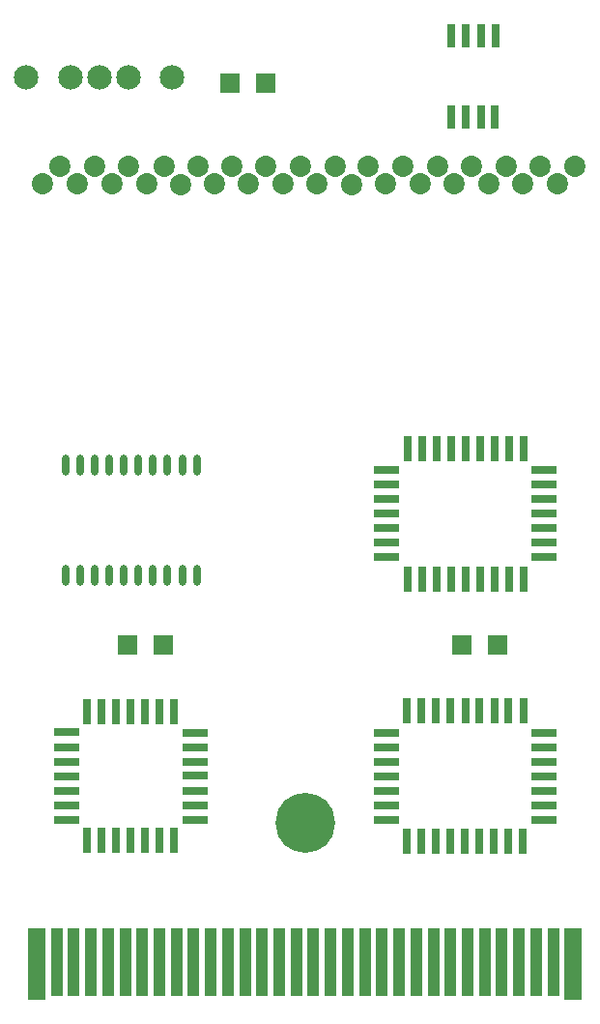
<source format=gbr>
%TF.GenerationSoftware,KiCad,Pcbnew,(6.0.2)*%
%TF.CreationDate,2022-09-16T18:12:16-05:00*%
%TF.ProjectId,REF1347,52454631-3334-4372-9e6b-696361645f70,rev?*%
%TF.SameCoordinates,Original*%
%TF.FileFunction,Soldermask,Top*%
%TF.FilePolarity,Negative*%
%FSLAX46Y46*%
G04 Gerber Fmt 4.6, Leading zero omitted, Abs format (unit mm)*
G04 Created by KiCad (PCBNEW (6.0.2)) date 2022-09-16 18:12:16*
%MOMM*%
%LPD*%
G01*
G04 APERTURE LIST*
%ADD10R,1.500000X6.250000*%
%ADD11R,1.000000X6.000000*%
%ADD12C,5.240000*%
%ADD13R,2.300000X0.650000*%
%ADD14R,0.650000X2.300000*%
%ADD15O,0.600000X1.865000*%
%ADD16R,1.670000X1.670000*%
%ADD17C,1.860000*%
%ADD18R,0.700000X2.000000*%
%ADD19C,2.140000*%
G04 APERTURE END LIST*
D10*
%TO.C,J1*%
X125879000Y-143608000D03*
D11*
X127629258Y-143483000D03*
X129129516Y-143483000D03*
X130629774Y-143483000D03*
X132130032Y-143483000D03*
X133630290Y-143483000D03*
X135130548Y-143483000D03*
X136630806Y-143483000D03*
X138131064Y-143483000D03*
X139631322Y-143483000D03*
X141131580Y-143483000D03*
X142631838Y-143483000D03*
X144132096Y-143483000D03*
X145632354Y-143483000D03*
X147132612Y-143483000D03*
X148632870Y-143483000D03*
X150133128Y-143483000D03*
X151633386Y-143483000D03*
X153133644Y-143483000D03*
X154633902Y-143483000D03*
X156134160Y-143483000D03*
X157634418Y-143483000D03*
X159134676Y-143483000D03*
X160634934Y-143483000D03*
X162135192Y-143483000D03*
X163635450Y-143483000D03*
X165135708Y-143483000D03*
X166635966Y-143483000D03*
X168136224Y-143483000D03*
X169636482Y-143483000D03*
X171136740Y-143483000D03*
D10*
X172887000Y-143608000D03*
%TD*%
D12*
%TO.C,REF\u002A\u002A*%
X149429000Y-131234000D03*
%TD*%
D13*
%TO.C,U1*%
X156549000Y-104195000D03*
X156547000Y-105467000D03*
X156548000Y-106736000D03*
X156548000Y-108006000D03*
D14*
X158369000Y-109896000D03*
X159638000Y-109896000D03*
X160909000Y-109894000D03*
X162179000Y-109895000D03*
X163445000Y-109896000D03*
X164718000Y-109897000D03*
X165989000Y-109895000D03*
X167256000Y-109897000D03*
X168526000Y-109894000D03*
D13*
X170350000Y-108003000D03*
X170347000Y-106734000D03*
X170351000Y-105465000D03*
X170350000Y-104196000D03*
X170350000Y-102928000D03*
X170351000Y-101655000D03*
X170350000Y-100384000D03*
D14*
X168532000Y-98494000D03*
X167256000Y-98494000D03*
X165991000Y-98494000D03*
X164715000Y-98498000D03*
X163451000Y-98493000D03*
X162178000Y-98500000D03*
X160910000Y-98499000D03*
X159638000Y-98499000D03*
X158367000Y-98498000D03*
D13*
X156551000Y-100386000D03*
X156551000Y-101654000D03*
X156546000Y-102926000D03*
%TD*%
D15*
%TO.C,U3*%
X128391000Y-109569000D03*
X129671000Y-109569000D03*
X130951000Y-109569000D03*
X132231000Y-109569000D03*
X133511000Y-109569000D03*
X134791000Y-109569000D03*
X136071000Y-109569000D03*
X137351000Y-109569000D03*
X138631000Y-109569000D03*
X139911000Y-109569000D03*
X139911000Y-99969000D03*
X138631000Y-99969000D03*
X137351000Y-99969000D03*
X136071000Y-99969000D03*
X134791000Y-99969000D03*
X133511000Y-99969000D03*
X132231000Y-99969000D03*
X130951000Y-99969000D03*
X129671000Y-99969000D03*
X128391000Y-99969000D03*
%TD*%
D16*
%TO.C,R1*%
X142800000Y-66475000D03*
X145931000Y-66466000D03*
%TD*%
D13*
%TO.C,U2*%
X156527000Y-127164000D03*
X156525000Y-128436000D03*
X156526000Y-129705000D03*
X156526000Y-130975000D03*
D14*
X158347000Y-132865000D03*
X159616000Y-132865000D03*
X160887000Y-132863000D03*
X162157000Y-132864000D03*
X163423000Y-132865000D03*
X164696000Y-132866000D03*
X165967000Y-132864000D03*
X167234000Y-132866000D03*
X168504000Y-132863000D03*
D13*
X170328000Y-130972000D03*
X170325000Y-129703000D03*
X170329000Y-128434000D03*
X170328000Y-127165000D03*
X170328000Y-125897000D03*
X170329000Y-124624000D03*
X170328000Y-123353000D03*
D14*
X168510000Y-121463000D03*
X167234000Y-121463000D03*
X165969000Y-121463000D03*
X164693000Y-121467000D03*
X163429000Y-121462000D03*
X162156000Y-121469000D03*
X160888000Y-121468000D03*
X159616000Y-121468000D03*
X158345000Y-121467000D03*
D13*
X156529000Y-123355000D03*
X156529000Y-124623000D03*
X156524000Y-125895000D03*
%TD*%
D17*
%TO.C,J2*%
X173045000Y-73768000D03*
X171498500Y-75276000D03*
X170030100Y-73767900D03*
X168482000Y-75274000D03*
X167012000Y-73768000D03*
X165466000Y-75276000D03*
X163997600Y-73767900D03*
X162448000Y-75275000D03*
X161022000Y-73769000D03*
X159473200Y-75276000D03*
X157965100Y-73767900D03*
X156413000Y-75276000D03*
X154948800Y-73767900D03*
X153450000Y-75352000D03*
X152013000Y-73767000D03*
X150462000Y-75277000D03*
X148992000Y-73768000D03*
X147447000Y-75275000D03*
X145978000Y-73769000D03*
X144430000Y-75277000D03*
X142962000Y-73767000D03*
X141417000Y-75275000D03*
X139984000Y-73766000D03*
X138481000Y-75361000D03*
X137049000Y-73771000D03*
X135498000Y-75274000D03*
X133953000Y-73769000D03*
X132446000Y-75276000D03*
X130939000Y-73769000D03*
X129432000Y-75284000D03*
X127917000Y-73769000D03*
X126413500Y-75276000D03*
%TD*%
D13*
%TO.C,U4*%
X128527000Y-127158000D03*
X128527000Y-128423000D03*
X128528000Y-129694000D03*
X128522000Y-130965000D03*
D14*
X130317000Y-132754000D03*
X131589000Y-132755000D03*
X132856000Y-132752000D03*
X134129000Y-132751000D03*
X135399000Y-132755000D03*
X136670000Y-132752000D03*
X137936000Y-132754000D03*
D13*
X139729000Y-130967000D03*
X139728000Y-129693000D03*
X139728000Y-128423000D03*
X139728000Y-127151000D03*
X139731000Y-125886000D03*
X139728000Y-124616000D03*
X139731000Y-123345000D03*
D14*
X137938000Y-121554000D03*
X136672000Y-121553000D03*
X135397000Y-121553000D03*
X134125000Y-121552000D03*
X132857000Y-121558000D03*
X131588000Y-121551000D03*
X130318000Y-121549000D03*
D13*
X128529000Y-123341000D03*
X128525000Y-124613000D03*
X128530000Y-125886000D03*
%TD*%
D16*
%TO.C,C2*%
X163133000Y-115667000D03*
X166264000Y-115658000D03*
%TD*%
%TO.C,C1*%
X133815500Y-115680500D03*
X136946500Y-115671500D03*
%TD*%
D18*
%TO.C,U5*%
X162205000Y-69452000D03*
X163474000Y-69449000D03*
X164784000Y-69451000D03*
X166053000Y-69451000D03*
X166055000Y-62306000D03*
X164784000Y-62307000D03*
X163475000Y-62306000D03*
X162206000Y-62309000D03*
%TD*%
D19*
%TO.C,J3*%
X128824000Y-65999000D03*
X131368000Y-66000000D03*
X133909000Y-65998000D03*
X124984000Y-66008000D03*
X137756000Y-66005000D03*
%TD*%
M02*

</source>
